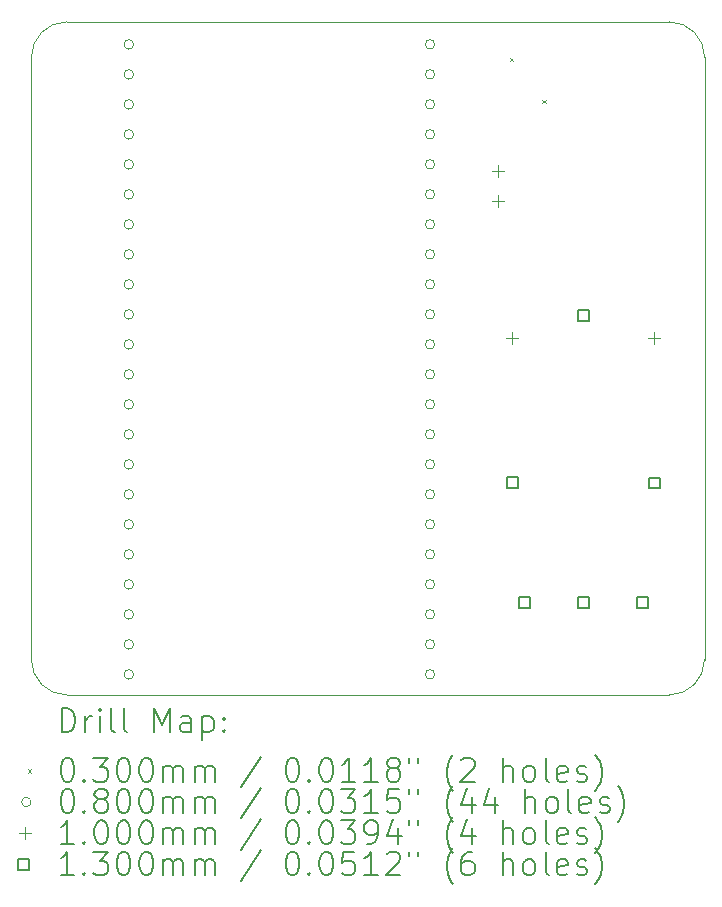
<source format=gbr>
%TF.GenerationSoftware,KiCad,Pcbnew,8.0.6*%
%TF.CreationDate,2024-11-05T11:41:53-08:00*%
%TF.ProjectId,Garage Door Opener,47617261-6765-4204-946f-6f72204f7065,rev?*%
%TF.SameCoordinates,Original*%
%TF.FileFunction,Drillmap*%
%TF.FilePolarity,Positive*%
%FSLAX45Y45*%
G04 Gerber Fmt 4.5, Leading zero omitted, Abs format (unit mm)*
G04 Created by KiCad (PCBNEW 8.0.6) date 2024-11-05 11:41:53*
%MOMM*%
%LPD*%
G01*
G04 APERTURE LIST*
%ADD10C,0.050000*%
%ADD11C,0.200000*%
%ADD12C,0.100000*%
%ADD13C,0.130000*%
G04 APERTURE END LIST*
D10*
X6700000Y-10800000D02*
G75*
G02*
X6400000Y-10500000I0J300000D01*
G01*
X12100000Y-10500000D02*
G75*
G02*
X11800000Y-10800000I-300000J0D01*
G01*
X6400000Y-5400000D02*
G75*
G02*
X6700000Y-5100000I300000J0D01*
G01*
X11800000Y-5100000D02*
G75*
G02*
X12100000Y-5400000I0J-300000D01*
G01*
X6400000Y-10500000D02*
X6400000Y-5400000D01*
X11800000Y-10800000D02*
X6700000Y-10800000D01*
X12100000Y-5400000D02*
X12100000Y-10500000D01*
X6700000Y-5100000D02*
X11800000Y-5100000D01*
D11*
D12*
X10450000Y-5405000D02*
X10480000Y-5435000D01*
X10480000Y-5405000D02*
X10450000Y-5435000D01*
X10725000Y-5760000D02*
X10755000Y-5790000D01*
X10755000Y-5760000D02*
X10725000Y-5790000D01*
X7265000Y-5291728D02*
G75*
G02*
X7185000Y-5291728I-40000J0D01*
G01*
X7185000Y-5291728D02*
G75*
G02*
X7265000Y-5291728I40000J0D01*
G01*
X7265000Y-5545728D02*
G75*
G02*
X7185000Y-5545728I-40000J0D01*
G01*
X7185000Y-5545728D02*
G75*
G02*
X7265000Y-5545728I40000J0D01*
G01*
X7265000Y-5799728D02*
G75*
G02*
X7185000Y-5799728I-40000J0D01*
G01*
X7185000Y-5799728D02*
G75*
G02*
X7265000Y-5799728I40000J0D01*
G01*
X7265000Y-6053728D02*
G75*
G02*
X7185000Y-6053728I-40000J0D01*
G01*
X7185000Y-6053728D02*
G75*
G02*
X7265000Y-6053728I40000J0D01*
G01*
X7265000Y-6307728D02*
G75*
G02*
X7185000Y-6307728I-40000J0D01*
G01*
X7185000Y-6307728D02*
G75*
G02*
X7265000Y-6307728I40000J0D01*
G01*
X7265000Y-6561728D02*
G75*
G02*
X7185000Y-6561728I-40000J0D01*
G01*
X7185000Y-6561728D02*
G75*
G02*
X7265000Y-6561728I40000J0D01*
G01*
X7265000Y-6815728D02*
G75*
G02*
X7185000Y-6815728I-40000J0D01*
G01*
X7185000Y-6815728D02*
G75*
G02*
X7265000Y-6815728I40000J0D01*
G01*
X7265000Y-7069728D02*
G75*
G02*
X7185000Y-7069728I-40000J0D01*
G01*
X7185000Y-7069728D02*
G75*
G02*
X7265000Y-7069728I40000J0D01*
G01*
X7265000Y-7323728D02*
G75*
G02*
X7185000Y-7323728I-40000J0D01*
G01*
X7185000Y-7323728D02*
G75*
G02*
X7265000Y-7323728I40000J0D01*
G01*
X7265000Y-7577728D02*
G75*
G02*
X7185000Y-7577728I-40000J0D01*
G01*
X7185000Y-7577728D02*
G75*
G02*
X7265000Y-7577728I40000J0D01*
G01*
X7265000Y-7831728D02*
G75*
G02*
X7185000Y-7831728I-40000J0D01*
G01*
X7185000Y-7831728D02*
G75*
G02*
X7265000Y-7831728I40000J0D01*
G01*
X7265000Y-8085728D02*
G75*
G02*
X7185000Y-8085728I-40000J0D01*
G01*
X7185000Y-8085728D02*
G75*
G02*
X7265000Y-8085728I40000J0D01*
G01*
X7265000Y-8339728D02*
G75*
G02*
X7185000Y-8339728I-40000J0D01*
G01*
X7185000Y-8339728D02*
G75*
G02*
X7265000Y-8339728I40000J0D01*
G01*
X7265000Y-8593728D02*
G75*
G02*
X7185000Y-8593728I-40000J0D01*
G01*
X7185000Y-8593728D02*
G75*
G02*
X7265000Y-8593728I40000J0D01*
G01*
X7265000Y-8847728D02*
G75*
G02*
X7185000Y-8847728I-40000J0D01*
G01*
X7185000Y-8847728D02*
G75*
G02*
X7265000Y-8847728I40000J0D01*
G01*
X7265000Y-9101728D02*
G75*
G02*
X7185000Y-9101728I-40000J0D01*
G01*
X7185000Y-9101728D02*
G75*
G02*
X7265000Y-9101728I40000J0D01*
G01*
X7265000Y-9355728D02*
G75*
G02*
X7185000Y-9355728I-40000J0D01*
G01*
X7185000Y-9355728D02*
G75*
G02*
X7265000Y-9355728I40000J0D01*
G01*
X7265000Y-9609728D02*
G75*
G02*
X7185000Y-9609728I-40000J0D01*
G01*
X7185000Y-9609728D02*
G75*
G02*
X7265000Y-9609728I40000J0D01*
G01*
X7265000Y-9863728D02*
G75*
G02*
X7185000Y-9863728I-40000J0D01*
G01*
X7185000Y-9863728D02*
G75*
G02*
X7265000Y-9863728I40000J0D01*
G01*
X7265000Y-10117728D02*
G75*
G02*
X7185000Y-10117728I-40000J0D01*
G01*
X7185000Y-10117728D02*
G75*
G02*
X7265000Y-10117728I40000J0D01*
G01*
X7265000Y-10371728D02*
G75*
G02*
X7185000Y-10371728I-40000J0D01*
G01*
X7185000Y-10371728D02*
G75*
G02*
X7265000Y-10371728I40000J0D01*
G01*
X7265000Y-10625728D02*
G75*
G02*
X7185000Y-10625728I-40000J0D01*
G01*
X7185000Y-10625728D02*
G75*
G02*
X7265000Y-10625728I40000J0D01*
G01*
X9815000Y-6053728D02*
G75*
G02*
X9735000Y-6053728I-40000J0D01*
G01*
X9735000Y-6053728D02*
G75*
G02*
X9815000Y-6053728I40000J0D01*
G01*
X9815000Y-6307728D02*
G75*
G02*
X9735000Y-6307728I-40000J0D01*
G01*
X9735000Y-6307728D02*
G75*
G02*
X9815000Y-6307728I40000J0D01*
G01*
X9815000Y-6561728D02*
G75*
G02*
X9735000Y-6561728I-40000J0D01*
G01*
X9735000Y-6561728D02*
G75*
G02*
X9815000Y-6561728I40000J0D01*
G01*
X9815000Y-6815728D02*
G75*
G02*
X9735000Y-6815728I-40000J0D01*
G01*
X9735000Y-6815728D02*
G75*
G02*
X9815000Y-6815728I40000J0D01*
G01*
X9815000Y-7069728D02*
G75*
G02*
X9735000Y-7069728I-40000J0D01*
G01*
X9735000Y-7069728D02*
G75*
G02*
X9815000Y-7069728I40000J0D01*
G01*
X9815000Y-7323728D02*
G75*
G02*
X9735000Y-7323728I-40000J0D01*
G01*
X9735000Y-7323728D02*
G75*
G02*
X9815000Y-7323728I40000J0D01*
G01*
X9815000Y-7577728D02*
G75*
G02*
X9735000Y-7577728I-40000J0D01*
G01*
X9735000Y-7577728D02*
G75*
G02*
X9815000Y-7577728I40000J0D01*
G01*
X9815000Y-7831728D02*
G75*
G02*
X9735000Y-7831728I-40000J0D01*
G01*
X9735000Y-7831728D02*
G75*
G02*
X9815000Y-7831728I40000J0D01*
G01*
X9815000Y-8085728D02*
G75*
G02*
X9735000Y-8085728I-40000J0D01*
G01*
X9735000Y-8085728D02*
G75*
G02*
X9815000Y-8085728I40000J0D01*
G01*
X9815000Y-8339728D02*
G75*
G02*
X9735000Y-8339728I-40000J0D01*
G01*
X9735000Y-8339728D02*
G75*
G02*
X9815000Y-8339728I40000J0D01*
G01*
X9815000Y-8593728D02*
G75*
G02*
X9735000Y-8593728I-40000J0D01*
G01*
X9735000Y-8593728D02*
G75*
G02*
X9815000Y-8593728I40000J0D01*
G01*
X9815000Y-8847728D02*
G75*
G02*
X9735000Y-8847728I-40000J0D01*
G01*
X9735000Y-8847728D02*
G75*
G02*
X9815000Y-8847728I40000J0D01*
G01*
X9815000Y-9101728D02*
G75*
G02*
X9735000Y-9101728I-40000J0D01*
G01*
X9735000Y-9101728D02*
G75*
G02*
X9815000Y-9101728I40000J0D01*
G01*
X9815000Y-9355728D02*
G75*
G02*
X9735000Y-9355728I-40000J0D01*
G01*
X9735000Y-9355728D02*
G75*
G02*
X9815000Y-9355728I40000J0D01*
G01*
X9815000Y-9609728D02*
G75*
G02*
X9735000Y-9609728I-40000J0D01*
G01*
X9735000Y-9609728D02*
G75*
G02*
X9815000Y-9609728I40000J0D01*
G01*
X9815000Y-9863728D02*
G75*
G02*
X9735000Y-9863728I-40000J0D01*
G01*
X9735000Y-9863728D02*
G75*
G02*
X9815000Y-9863728I40000J0D01*
G01*
X9815000Y-10117728D02*
G75*
G02*
X9735000Y-10117728I-40000J0D01*
G01*
X9735000Y-10117728D02*
G75*
G02*
X9815000Y-10117728I40000J0D01*
G01*
X9815000Y-10371728D02*
G75*
G02*
X9735000Y-10371728I-40000J0D01*
G01*
X9735000Y-10371728D02*
G75*
G02*
X9815000Y-10371728I40000J0D01*
G01*
X9815000Y-10625728D02*
G75*
G02*
X9735000Y-10625728I-40000J0D01*
G01*
X9735000Y-10625728D02*
G75*
G02*
X9815000Y-10625728I40000J0D01*
G01*
X9815368Y-5292000D02*
G75*
G02*
X9735368Y-5292000I-40000J0D01*
G01*
X9735368Y-5292000D02*
G75*
G02*
X9815368Y-5292000I40000J0D01*
G01*
X9815368Y-5546000D02*
G75*
G02*
X9735368Y-5546000I-40000J0D01*
G01*
X9735368Y-5546000D02*
G75*
G02*
X9815368Y-5546000I40000J0D01*
G01*
X9815368Y-5800000D02*
G75*
G02*
X9735368Y-5800000I-40000J0D01*
G01*
X9735368Y-5800000D02*
G75*
G02*
X9815368Y-5800000I40000J0D01*
G01*
X10348000Y-6315000D02*
X10348000Y-6415000D01*
X10298000Y-6365000D02*
X10398000Y-6365000D01*
X10348000Y-6569000D02*
X10348000Y-6669000D01*
X10298000Y-6619000D02*
X10398000Y-6619000D01*
X10470000Y-7730000D02*
X10470000Y-7830000D01*
X10420000Y-7780000D02*
X10520000Y-7780000D01*
X11670000Y-7730000D02*
X11670000Y-7830000D01*
X11620000Y-7780000D02*
X11720000Y-7780000D01*
D13*
X10515962Y-9045962D02*
X10515962Y-8954038D01*
X10424038Y-8954038D01*
X10424038Y-9045962D01*
X10515962Y-9045962D01*
X10620962Y-10061462D02*
X10620962Y-9969538D01*
X10529038Y-9969538D01*
X10529038Y-10061462D01*
X10620962Y-10061462D01*
X11120962Y-7630962D02*
X11120962Y-7539038D01*
X11029038Y-7539038D01*
X11029038Y-7630962D01*
X11120962Y-7630962D01*
X11120962Y-10061462D02*
X11120962Y-9969538D01*
X11029038Y-9969538D01*
X11029038Y-10061462D01*
X11120962Y-10061462D01*
X11620962Y-10061462D02*
X11620962Y-9969538D01*
X11529038Y-9969538D01*
X11529038Y-10061462D01*
X11620962Y-10061462D01*
X11720962Y-9050962D02*
X11720962Y-8959038D01*
X11629038Y-8959038D01*
X11629038Y-9050962D01*
X11720962Y-9050962D01*
D11*
X6658277Y-11113984D02*
X6658277Y-10913984D01*
X6658277Y-10913984D02*
X6705896Y-10913984D01*
X6705896Y-10913984D02*
X6734467Y-10923508D01*
X6734467Y-10923508D02*
X6753515Y-10942555D01*
X6753515Y-10942555D02*
X6763039Y-10961603D01*
X6763039Y-10961603D02*
X6772562Y-10999698D01*
X6772562Y-10999698D02*
X6772562Y-11028270D01*
X6772562Y-11028270D02*
X6763039Y-11066365D01*
X6763039Y-11066365D02*
X6753515Y-11085412D01*
X6753515Y-11085412D02*
X6734467Y-11104460D01*
X6734467Y-11104460D02*
X6705896Y-11113984D01*
X6705896Y-11113984D02*
X6658277Y-11113984D01*
X6858277Y-11113984D02*
X6858277Y-10980650D01*
X6858277Y-11018746D02*
X6867801Y-10999698D01*
X6867801Y-10999698D02*
X6877324Y-10990174D01*
X6877324Y-10990174D02*
X6896372Y-10980650D01*
X6896372Y-10980650D02*
X6915420Y-10980650D01*
X6982086Y-11113984D02*
X6982086Y-10980650D01*
X6982086Y-10913984D02*
X6972562Y-10923508D01*
X6972562Y-10923508D02*
X6982086Y-10933031D01*
X6982086Y-10933031D02*
X6991610Y-10923508D01*
X6991610Y-10923508D02*
X6982086Y-10913984D01*
X6982086Y-10913984D02*
X6982086Y-10933031D01*
X7105896Y-11113984D02*
X7086848Y-11104460D01*
X7086848Y-11104460D02*
X7077324Y-11085412D01*
X7077324Y-11085412D02*
X7077324Y-10913984D01*
X7210658Y-11113984D02*
X7191610Y-11104460D01*
X7191610Y-11104460D02*
X7182086Y-11085412D01*
X7182086Y-11085412D02*
X7182086Y-10913984D01*
X7439229Y-11113984D02*
X7439229Y-10913984D01*
X7439229Y-10913984D02*
X7505896Y-11056841D01*
X7505896Y-11056841D02*
X7572562Y-10913984D01*
X7572562Y-10913984D02*
X7572562Y-11113984D01*
X7753515Y-11113984D02*
X7753515Y-11009222D01*
X7753515Y-11009222D02*
X7743991Y-10990174D01*
X7743991Y-10990174D02*
X7724943Y-10980650D01*
X7724943Y-10980650D02*
X7686848Y-10980650D01*
X7686848Y-10980650D02*
X7667801Y-10990174D01*
X7753515Y-11104460D02*
X7734467Y-11113984D01*
X7734467Y-11113984D02*
X7686848Y-11113984D01*
X7686848Y-11113984D02*
X7667801Y-11104460D01*
X7667801Y-11104460D02*
X7658277Y-11085412D01*
X7658277Y-11085412D02*
X7658277Y-11066365D01*
X7658277Y-11066365D02*
X7667801Y-11047317D01*
X7667801Y-11047317D02*
X7686848Y-11037793D01*
X7686848Y-11037793D02*
X7734467Y-11037793D01*
X7734467Y-11037793D02*
X7753515Y-11028270D01*
X7848753Y-10980650D02*
X7848753Y-11180650D01*
X7848753Y-10990174D02*
X7867801Y-10980650D01*
X7867801Y-10980650D02*
X7905896Y-10980650D01*
X7905896Y-10980650D02*
X7924943Y-10990174D01*
X7924943Y-10990174D02*
X7934467Y-10999698D01*
X7934467Y-10999698D02*
X7943991Y-11018746D01*
X7943991Y-11018746D02*
X7943991Y-11075889D01*
X7943991Y-11075889D02*
X7934467Y-11094936D01*
X7934467Y-11094936D02*
X7924943Y-11104460D01*
X7924943Y-11104460D02*
X7905896Y-11113984D01*
X7905896Y-11113984D02*
X7867801Y-11113984D01*
X7867801Y-11113984D02*
X7848753Y-11104460D01*
X8029705Y-11094936D02*
X8039229Y-11104460D01*
X8039229Y-11104460D02*
X8029705Y-11113984D01*
X8029705Y-11113984D02*
X8020182Y-11104460D01*
X8020182Y-11104460D02*
X8029705Y-11094936D01*
X8029705Y-11094936D02*
X8029705Y-11113984D01*
X8029705Y-10990174D02*
X8039229Y-10999698D01*
X8039229Y-10999698D02*
X8029705Y-11009222D01*
X8029705Y-11009222D02*
X8020182Y-10999698D01*
X8020182Y-10999698D02*
X8029705Y-10990174D01*
X8029705Y-10990174D02*
X8029705Y-11009222D01*
D12*
X6367500Y-11427500D02*
X6397500Y-11457500D01*
X6397500Y-11427500D02*
X6367500Y-11457500D01*
D11*
X6696372Y-11333984D02*
X6715420Y-11333984D01*
X6715420Y-11333984D02*
X6734467Y-11343508D01*
X6734467Y-11343508D02*
X6743991Y-11353031D01*
X6743991Y-11353031D02*
X6753515Y-11372079D01*
X6753515Y-11372079D02*
X6763039Y-11410174D01*
X6763039Y-11410174D02*
X6763039Y-11457793D01*
X6763039Y-11457793D02*
X6753515Y-11495888D01*
X6753515Y-11495888D02*
X6743991Y-11514936D01*
X6743991Y-11514936D02*
X6734467Y-11524460D01*
X6734467Y-11524460D02*
X6715420Y-11533984D01*
X6715420Y-11533984D02*
X6696372Y-11533984D01*
X6696372Y-11533984D02*
X6677324Y-11524460D01*
X6677324Y-11524460D02*
X6667801Y-11514936D01*
X6667801Y-11514936D02*
X6658277Y-11495888D01*
X6658277Y-11495888D02*
X6648753Y-11457793D01*
X6648753Y-11457793D02*
X6648753Y-11410174D01*
X6648753Y-11410174D02*
X6658277Y-11372079D01*
X6658277Y-11372079D02*
X6667801Y-11353031D01*
X6667801Y-11353031D02*
X6677324Y-11343508D01*
X6677324Y-11343508D02*
X6696372Y-11333984D01*
X6848753Y-11514936D02*
X6858277Y-11524460D01*
X6858277Y-11524460D02*
X6848753Y-11533984D01*
X6848753Y-11533984D02*
X6839229Y-11524460D01*
X6839229Y-11524460D02*
X6848753Y-11514936D01*
X6848753Y-11514936D02*
X6848753Y-11533984D01*
X6924943Y-11333984D02*
X7048753Y-11333984D01*
X7048753Y-11333984D02*
X6982086Y-11410174D01*
X6982086Y-11410174D02*
X7010658Y-11410174D01*
X7010658Y-11410174D02*
X7029705Y-11419698D01*
X7029705Y-11419698D02*
X7039229Y-11429222D01*
X7039229Y-11429222D02*
X7048753Y-11448269D01*
X7048753Y-11448269D02*
X7048753Y-11495888D01*
X7048753Y-11495888D02*
X7039229Y-11514936D01*
X7039229Y-11514936D02*
X7029705Y-11524460D01*
X7029705Y-11524460D02*
X7010658Y-11533984D01*
X7010658Y-11533984D02*
X6953515Y-11533984D01*
X6953515Y-11533984D02*
X6934467Y-11524460D01*
X6934467Y-11524460D02*
X6924943Y-11514936D01*
X7172562Y-11333984D02*
X7191610Y-11333984D01*
X7191610Y-11333984D02*
X7210658Y-11343508D01*
X7210658Y-11343508D02*
X7220182Y-11353031D01*
X7220182Y-11353031D02*
X7229705Y-11372079D01*
X7229705Y-11372079D02*
X7239229Y-11410174D01*
X7239229Y-11410174D02*
X7239229Y-11457793D01*
X7239229Y-11457793D02*
X7229705Y-11495888D01*
X7229705Y-11495888D02*
X7220182Y-11514936D01*
X7220182Y-11514936D02*
X7210658Y-11524460D01*
X7210658Y-11524460D02*
X7191610Y-11533984D01*
X7191610Y-11533984D02*
X7172562Y-11533984D01*
X7172562Y-11533984D02*
X7153515Y-11524460D01*
X7153515Y-11524460D02*
X7143991Y-11514936D01*
X7143991Y-11514936D02*
X7134467Y-11495888D01*
X7134467Y-11495888D02*
X7124943Y-11457793D01*
X7124943Y-11457793D02*
X7124943Y-11410174D01*
X7124943Y-11410174D02*
X7134467Y-11372079D01*
X7134467Y-11372079D02*
X7143991Y-11353031D01*
X7143991Y-11353031D02*
X7153515Y-11343508D01*
X7153515Y-11343508D02*
X7172562Y-11333984D01*
X7363039Y-11333984D02*
X7382086Y-11333984D01*
X7382086Y-11333984D02*
X7401134Y-11343508D01*
X7401134Y-11343508D02*
X7410658Y-11353031D01*
X7410658Y-11353031D02*
X7420182Y-11372079D01*
X7420182Y-11372079D02*
X7429705Y-11410174D01*
X7429705Y-11410174D02*
X7429705Y-11457793D01*
X7429705Y-11457793D02*
X7420182Y-11495888D01*
X7420182Y-11495888D02*
X7410658Y-11514936D01*
X7410658Y-11514936D02*
X7401134Y-11524460D01*
X7401134Y-11524460D02*
X7382086Y-11533984D01*
X7382086Y-11533984D02*
X7363039Y-11533984D01*
X7363039Y-11533984D02*
X7343991Y-11524460D01*
X7343991Y-11524460D02*
X7334467Y-11514936D01*
X7334467Y-11514936D02*
X7324943Y-11495888D01*
X7324943Y-11495888D02*
X7315420Y-11457793D01*
X7315420Y-11457793D02*
X7315420Y-11410174D01*
X7315420Y-11410174D02*
X7324943Y-11372079D01*
X7324943Y-11372079D02*
X7334467Y-11353031D01*
X7334467Y-11353031D02*
X7343991Y-11343508D01*
X7343991Y-11343508D02*
X7363039Y-11333984D01*
X7515420Y-11533984D02*
X7515420Y-11400650D01*
X7515420Y-11419698D02*
X7524943Y-11410174D01*
X7524943Y-11410174D02*
X7543991Y-11400650D01*
X7543991Y-11400650D02*
X7572563Y-11400650D01*
X7572563Y-11400650D02*
X7591610Y-11410174D01*
X7591610Y-11410174D02*
X7601134Y-11429222D01*
X7601134Y-11429222D02*
X7601134Y-11533984D01*
X7601134Y-11429222D02*
X7610658Y-11410174D01*
X7610658Y-11410174D02*
X7629705Y-11400650D01*
X7629705Y-11400650D02*
X7658277Y-11400650D01*
X7658277Y-11400650D02*
X7677324Y-11410174D01*
X7677324Y-11410174D02*
X7686848Y-11429222D01*
X7686848Y-11429222D02*
X7686848Y-11533984D01*
X7782086Y-11533984D02*
X7782086Y-11400650D01*
X7782086Y-11419698D02*
X7791610Y-11410174D01*
X7791610Y-11410174D02*
X7810658Y-11400650D01*
X7810658Y-11400650D02*
X7839229Y-11400650D01*
X7839229Y-11400650D02*
X7858277Y-11410174D01*
X7858277Y-11410174D02*
X7867801Y-11429222D01*
X7867801Y-11429222D02*
X7867801Y-11533984D01*
X7867801Y-11429222D02*
X7877324Y-11410174D01*
X7877324Y-11410174D02*
X7896372Y-11400650D01*
X7896372Y-11400650D02*
X7924943Y-11400650D01*
X7924943Y-11400650D02*
X7943991Y-11410174D01*
X7943991Y-11410174D02*
X7953515Y-11429222D01*
X7953515Y-11429222D02*
X7953515Y-11533984D01*
X8343991Y-11324460D02*
X8172563Y-11581603D01*
X8601134Y-11333984D02*
X8620182Y-11333984D01*
X8620182Y-11333984D02*
X8639229Y-11343508D01*
X8639229Y-11343508D02*
X8648753Y-11353031D01*
X8648753Y-11353031D02*
X8658277Y-11372079D01*
X8658277Y-11372079D02*
X8667801Y-11410174D01*
X8667801Y-11410174D02*
X8667801Y-11457793D01*
X8667801Y-11457793D02*
X8658277Y-11495888D01*
X8658277Y-11495888D02*
X8648753Y-11514936D01*
X8648753Y-11514936D02*
X8639229Y-11524460D01*
X8639229Y-11524460D02*
X8620182Y-11533984D01*
X8620182Y-11533984D02*
X8601134Y-11533984D01*
X8601134Y-11533984D02*
X8582087Y-11524460D01*
X8582087Y-11524460D02*
X8572563Y-11514936D01*
X8572563Y-11514936D02*
X8563039Y-11495888D01*
X8563039Y-11495888D02*
X8553515Y-11457793D01*
X8553515Y-11457793D02*
X8553515Y-11410174D01*
X8553515Y-11410174D02*
X8563039Y-11372079D01*
X8563039Y-11372079D02*
X8572563Y-11353031D01*
X8572563Y-11353031D02*
X8582087Y-11343508D01*
X8582087Y-11343508D02*
X8601134Y-11333984D01*
X8753515Y-11514936D02*
X8763039Y-11524460D01*
X8763039Y-11524460D02*
X8753515Y-11533984D01*
X8753515Y-11533984D02*
X8743991Y-11524460D01*
X8743991Y-11524460D02*
X8753515Y-11514936D01*
X8753515Y-11514936D02*
X8753515Y-11533984D01*
X8886848Y-11333984D02*
X8905896Y-11333984D01*
X8905896Y-11333984D02*
X8924944Y-11343508D01*
X8924944Y-11343508D02*
X8934468Y-11353031D01*
X8934468Y-11353031D02*
X8943991Y-11372079D01*
X8943991Y-11372079D02*
X8953515Y-11410174D01*
X8953515Y-11410174D02*
X8953515Y-11457793D01*
X8953515Y-11457793D02*
X8943991Y-11495888D01*
X8943991Y-11495888D02*
X8934468Y-11514936D01*
X8934468Y-11514936D02*
X8924944Y-11524460D01*
X8924944Y-11524460D02*
X8905896Y-11533984D01*
X8905896Y-11533984D02*
X8886848Y-11533984D01*
X8886848Y-11533984D02*
X8867801Y-11524460D01*
X8867801Y-11524460D02*
X8858277Y-11514936D01*
X8858277Y-11514936D02*
X8848753Y-11495888D01*
X8848753Y-11495888D02*
X8839229Y-11457793D01*
X8839229Y-11457793D02*
X8839229Y-11410174D01*
X8839229Y-11410174D02*
X8848753Y-11372079D01*
X8848753Y-11372079D02*
X8858277Y-11353031D01*
X8858277Y-11353031D02*
X8867801Y-11343508D01*
X8867801Y-11343508D02*
X8886848Y-11333984D01*
X9143991Y-11533984D02*
X9029706Y-11533984D01*
X9086848Y-11533984D02*
X9086848Y-11333984D01*
X9086848Y-11333984D02*
X9067801Y-11362555D01*
X9067801Y-11362555D02*
X9048753Y-11381603D01*
X9048753Y-11381603D02*
X9029706Y-11391127D01*
X9334468Y-11533984D02*
X9220182Y-11533984D01*
X9277325Y-11533984D02*
X9277325Y-11333984D01*
X9277325Y-11333984D02*
X9258277Y-11362555D01*
X9258277Y-11362555D02*
X9239229Y-11381603D01*
X9239229Y-11381603D02*
X9220182Y-11391127D01*
X9448753Y-11419698D02*
X9429706Y-11410174D01*
X9429706Y-11410174D02*
X9420182Y-11400650D01*
X9420182Y-11400650D02*
X9410658Y-11381603D01*
X9410658Y-11381603D02*
X9410658Y-11372079D01*
X9410658Y-11372079D02*
X9420182Y-11353031D01*
X9420182Y-11353031D02*
X9429706Y-11343508D01*
X9429706Y-11343508D02*
X9448753Y-11333984D01*
X9448753Y-11333984D02*
X9486849Y-11333984D01*
X9486849Y-11333984D02*
X9505896Y-11343508D01*
X9505896Y-11343508D02*
X9515420Y-11353031D01*
X9515420Y-11353031D02*
X9524944Y-11372079D01*
X9524944Y-11372079D02*
X9524944Y-11381603D01*
X9524944Y-11381603D02*
X9515420Y-11400650D01*
X9515420Y-11400650D02*
X9505896Y-11410174D01*
X9505896Y-11410174D02*
X9486849Y-11419698D01*
X9486849Y-11419698D02*
X9448753Y-11419698D01*
X9448753Y-11419698D02*
X9429706Y-11429222D01*
X9429706Y-11429222D02*
X9420182Y-11438746D01*
X9420182Y-11438746D02*
X9410658Y-11457793D01*
X9410658Y-11457793D02*
X9410658Y-11495888D01*
X9410658Y-11495888D02*
X9420182Y-11514936D01*
X9420182Y-11514936D02*
X9429706Y-11524460D01*
X9429706Y-11524460D02*
X9448753Y-11533984D01*
X9448753Y-11533984D02*
X9486849Y-11533984D01*
X9486849Y-11533984D02*
X9505896Y-11524460D01*
X9505896Y-11524460D02*
X9515420Y-11514936D01*
X9515420Y-11514936D02*
X9524944Y-11495888D01*
X9524944Y-11495888D02*
X9524944Y-11457793D01*
X9524944Y-11457793D02*
X9515420Y-11438746D01*
X9515420Y-11438746D02*
X9505896Y-11429222D01*
X9505896Y-11429222D02*
X9486849Y-11419698D01*
X9601134Y-11333984D02*
X9601134Y-11372079D01*
X9677325Y-11333984D02*
X9677325Y-11372079D01*
X9972563Y-11610174D02*
X9963039Y-11600650D01*
X9963039Y-11600650D02*
X9943991Y-11572079D01*
X9943991Y-11572079D02*
X9934468Y-11553031D01*
X9934468Y-11553031D02*
X9924944Y-11524460D01*
X9924944Y-11524460D02*
X9915420Y-11476841D01*
X9915420Y-11476841D02*
X9915420Y-11438746D01*
X9915420Y-11438746D02*
X9924944Y-11391127D01*
X9924944Y-11391127D02*
X9934468Y-11362555D01*
X9934468Y-11362555D02*
X9943991Y-11343508D01*
X9943991Y-11343508D02*
X9963039Y-11314936D01*
X9963039Y-11314936D02*
X9972563Y-11305412D01*
X10039230Y-11353031D02*
X10048753Y-11343508D01*
X10048753Y-11343508D02*
X10067801Y-11333984D01*
X10067801Y-11333984D02*
X10115420Y-11333984D01*
X10115420Y-11333984D02*
X10134468Y-11343508D01*
X10134468Y-11343508D02*
X10143991Y-11353031D01*
X10143991Y-11353031D02*
X10153515Y-11372079D01*
X10153515Y-11372079D02*
X10153515Y-11391127D01*
X10153515Y-11391127D02*
X10143991Y-11419698D01*
X10143991Y-11419698D02*
X10029706Y-11533984D01*
X10029706Y-11533984D02*
X10153515Y-11533984D01*
X10391611Y-11533984D02*
X10391611Y-11333984D01*
X10477325Y-11533984D02*
X10477325Y-11429222D01*
X10477325Y-11429222D02*
X10467801Y-11410174D01*
X10467801Y-11410174D02*
X10448753Y-11400650D01*
X10448753Y-11400650D02*
X10420182Y-11400650D01*
X10420182Y-11400650D02*
X10401134Y-11410174D01*
X10401134Y-11410174D02*
X10391611Y-11419698D01*
X10601134Y-11533984D02*
X10582087Y-11524460D01*
X10582087Y-11524460D02*
X10572563Y-11514936D01*
X10572563Y-11514936D02*
X10563039Y-11495888D01*
X10563039Y-11495888D02*
X10563039Y-11438746D01*
X10563039Y-11438746D02*
X10572563Y-11419698D01*
X10572563Y-11419698D02*
X10582087Y-11410174D01*
X10582087Y-11410174D02*
X10601134Y-11400650D01*
X10601134Y-11400650D02*
X10629706Y-11400650D01*
X10629706Y-11400650D02*
X10648753Y-11410174D01*
X10648753Y-11410174D02*
X10658277Y-11419698D01*
X10658277Y-11419698D02*
X10667801Y-11438746D01*
X10667801Y-11438746D02*
X10667801Y-11495888D01*
X10667801Y-11495888D02*
X10658277Y-11514936D01*
X10658277Y-11514936D02*
X10648753Y-11524460D01*
X10648753Y-11524460D02*
X10629706Y-11533984D01*
X10629706Y-11533984D02*
X10601134Y-11533984D01*
X10782087Y-11533984D02*
X10763039Y-11524460D01*
X10763039Y-11524460D02*
X10753515Y-11505412D01*
X10753515Y-11505412D02*
X10753515Y-11333984D01*
X10934468Y-11524460D02*
X10915420Y-11533984D01*
X10915420Y-11533984D02*
X10877325Y-11533984D01*
X10877325Y-11533984D02*
X10858277Y-11524460D01*
X10858277Y-11524460D02*
X10848753Y-11505412D01*
X10848753Y-11505412D02*
X10848753Y-11429222D01*
X10848753Y-11429222D02*
X10858277Y-11410174D01*
X10858277Y-11410174D02*
X10877325Y-11400650D01*
X10877325Y-11400650D02*
X10915420Y-11400650D01*
X10915420Y-11400650D02*
X10934468Y-11410174D01*
X10934468Y-11410174D02*
X10943992Y-11429222D01*
X10943992Y-11429222D02*
X10943992Y-11448269D01*
X10943992Y-11448269D02*
X10848753Y-11467317D01*
X11020182Y-11524460D02*
X11039230Y-11533984D01*
X11039230Y-11533984D02*
X11077325Y-11533984D01*
X11077325Y-11533984D02*
X11096373Y-11524460D01*
X11096373Y-11524460D02*
X11105896Y-11505412D01*
X11105896Y-11505412D02*
X11105896Y-11495888D01*
X11105896Y-11495888D02*
X11096373Y-11476841D01*
X11096373Y-11476841D02*
X11077325Y-11467317D01*
X11077325Y-11467317D02*
X11048753Y-11467317D01*
X11048753Y-11467317D02*
X11029706Y-11457793D01*
X11029706Y-11457793D02*
X11020182Y-11438746D01*
X11020182Y-11438746D02*
X11020182Y-11429222D01*
X11020182Y-11429222D02*
X11029706Y-11410174D01*
X11029706Y-11410174D02*
X11048753Y-11400650D01*
X11048753Y-11400650D02*
X11077325Y-11400650D01*
X11077325Y-11400650D02*
X11096373Y-11410174D01*
X11172563Y-11610174D02*
X11182087Y-11600650D01*
X11182087Y-11600650D02*
X11201134Y-11572079D01*
X11201134Y-11572079D02*
X11210658Y-11553031D01*
X11210658Y-11553031D02*
X11220182Y-11524460D01*
X11220182Y-11524460D02*
X11229706Y-11476841D01*
X11229706Y-11476841D02*
X11229706Y-11438746D01*
X11229706Y-11438746D02*
X11220182Y-11391127D01*
X11220182Y-11391127D02*
X11210658Y-11362555D01*
X11210658Y-11362555D02*
X11201134Y-11343508D01*
X11201134Y-11343508D02*
X11182087Y-11314936D01*
X11182087Y-11314936D02*
X11172563Y-11305412D01*
D12*
X6397500Y-11706500D02*
G75*
G02*
X6317500Y-11706500I-40000J0D01*
G01*
X6317500Y-11706500D02*
G75*
G02*
X6397500Y-11706500I40000J0D01*
G01*
D11*
X6696372Y-11597984D02*
X6715420Y-11597984D01*
X6715420Y-11597984D02*
X6734467Y-11607508D01*
X6734467Y-11607508D02*
X6743991Y-11617031D01*
X6743991Y-11617031D02*
X6753515Y-11636079D01*
X6753515Y-11636079D02*
X6763039Y-11674174D01*
X6763039Y-11674174D02*
X6763039Y-11721793D01*
X6763039Y-11721793D02*
X6753515Y-11759888D01*
X6753515Y-11759888D02*
X6743991Y-11778936D01*
X6743991Y-11778936D02*
X6734467Y-11788460D01*
X6734467Y-11788460D02*
X6715420Y-11797984D01*
X6715420Y-11797984D02*
X6696372Y-11797984D01*
X6696372Y-11797984D02*
X6677324Y-11788460D01*
X6677324Y-11788460D02*
X6667801Y-11778936D01*
X6667801Y-11778936D02*
X6658277Y-11759888D01*
X6658277Y-11759888D02*
X6648753Y-11721793D01*
X6648753Y-11721793D02*
X6648753Y-11674174D01*
X6648753Y-11674174D02*
X6658277Y-11636079D01*
X6658277Y-11636079D02*
X6667801Y-11617031D01*
X6667801Y-11617031D02*
X6677324Y-11607508D01*
X6677324Y-11607508D02*
X6696372Y-11597984D01*
X6848753Y-11778936D02*
X6858277Y-11788460D01*
X6858277Y-11788460D02*
X6848753Y-11797984D01*
X6848753Y-11797984D02*
X6839229Y-11788460D01*
X6839229Y-11788460D02*
X6848753Y-11778936D01*
X6848753Y-11778936D02*
X6848753Y-11797984D01*
X6972562Y-11683698D02*
X6953515Y-11674174D01*
X6953515Y-11674174D02*
X6943991Y-11664650D01*
X6943991Y-11664650D02*
X6934467Y-11645603D01*
X6934467Y-11645603D02*
X6934467Y-11636079D01*
X6934467Y-11636079D02*
X6943991Y-11617031D01*
X6943991Y-11617031D02*
X6953515Y-11607508D01*
X6953515Y-11607508D02*
X6972562Y-11597984D01*
X6972562Y-11597984D02*
X7010658Y-11597984D01*
X7010658Y-11597984D02*
X7029705Y-11607508D01*
X7029705Y-11607508D02*
X7039229Y-11617031D01*
X7039229Y-11617031D02*
X7048753Y-11636079D01*
X7048753Y-11636079D02*
X7048753Y-11645603D01*
X7048753Y-11645603D02*
X7039229Y-11664650D01*
X7039229Y-11664650D02*
X7029705Y-11674174D01*
X7029705Y-11674174D02*
X7010658Y-11683698D01*
X7010658Y-11683698D02*
X6972562Y-11683698D01*
X6972562Y-11683698D02*
X6953515Y-11693222D01*
X6953515Y-11693222D02*
X6943991Y-11702746D01*
X6943991Y-11702746D02*
X6934467Y-11721793D01*
X6934467Y-11721793D02*
X6934467Y-11759888D01*
X6934467Y-11759888D02*
X6943991Y-11778936D01*
X6943991Y-11778936D02*
X6953515Y-11788460D01*
X6953515Y-11788460D02*
X6972562Y-11797984D01*
X6972562Y-11797984D02*
X7010658Y-11797984D01*
X7010658Y-11797984D02*
X7029705Y-11788460D01*
X7029705Y-11788460D02*
X7039229Y-11778936D01*
X7039229Y-11778936D02*
X7048753Y-11759888D01*
X7048753Y-11759888D02*
X7048753Y-11721793D01*
X7048753Y-11721793D02*
X7039229Y-11702746D01*
X7039229Y-11702746D02*
X7029705Y-11693222D01*
X7029705Y-11693222D02*
X7010658Y-11683698D01*
X7172562Y-11597984D02*
X7191610Y-11597984D01*
X7191610Y-11597984D02*
X7210658Y-11607508D01*
X7210658Y-11607508D02*
X7220182Y-11617031D01*
X7220182Y-11617031D02*
X7229705Y-11636079D01*
X7229705Y-11636079D02*
X7239229Y-11674174D01*
X7239229Y-11674174D02*
X7239229Y-11721793D01*
X7239229Y-11721793D02*
X7229705Y-11759888D01*
X7229705Y-11759888D02*
X7220182Y-11778936D01*
X7220182Y-11778936D02*
X7210658Y-11788460D01*
X7210658Y-11788460D02*
X7191610Y-11797984D01*
X7191610Y-11797984D02*
X7172562Y-11797984D01*
X7172562Y-11797984D02*
X7153515Y-11788460D01*
X7153515Y-11788460D02*
X7143991Y-11778936D01*
X7143991Y-11778936D02*
X7134467Y-11759888D01*
X7134467Y-11759888D02*
X7124943Y-11721793D01*
X7124943Y-11721793D02*
X7124943Y-11674174D01*
X7124943Y-11674174D02*
X7134467Y-11636079D01*
X7134467Y-11636079D02*
X7143991Y-11617031D01*
X7143991Y-11617031D02*
X7153515Y-11607508D01*
X7153515Y-11607508D02*
X7172562Y-11597984D01*
X7363039Y-11597984D02*
X7382086Y-11597984D01*
X7382086Y-11597984D02*
X7401134Y-11607508D01*
X7401134Y-11607508D02*
X7410658Y-11617031D01*
X7410658Y-11617031D02*
X7420182Y-11636079D01*
X7420182Y-11636079D02*
X7429705Y-11674174D01*
X7429705Y-11674174D02*
X7429705Y-11721793D01*
X7429705Y-11721793D02*
X7420182Y-11759888D01*
X7420182Y-11759888D02*
X7410658Y-11778936D01*
X7410658Y-11778936D02*
X7401134Y-11788460D01*
X7401134Y-11788460D02*
X7382086Y-11797984D01*
X7382086Y-11797984D02*
X7363039Y-11797984D01*
X7363039Y-11797984D02*
X7343991Y-11788460D01*
X7343991Y-11788460D02*
X7334467Y-11778936D01*
X7334467Y-11778936D02*
X7324943Y-11759888D01*
X7324943Y-11759888D02*
X7315420Y-11721793D01*
X7315420Y-11721793D02*
X7315420Y-11674174D01*
X7315420Y-11674174D02*
X7324943Y-11636079D01*
X7324943Y-11636079D02*
X7334467Y-11617031D01*
X7334467Y-11617031D02*
X7343991Y-11607508D01*
X7343991Y-11607508D02*
X7363039Y-11597984D01*
X7515420Y-11797984D02*
X7515420Y-11664650D01*
X7515420Y-11683698D02*
X7524943Y-11674174D01*
X7524943Y-11674174D02*
X7543991Y-11664650D01*
X7543991Y-11664650D02*
X7572563Y-11664650D01*
X7572563Y-11664650D02*
X7591610Y-11674174D01*
X7591610Y-11674174D02*
X7601134Y-11693222D01*
X7601134Y-11693222D02*
X7601134Y-11797984D01*
X7601134Y-11693222D02*
X7610658Y-11674174D01*
X7610658Y-11674174D02*
X7629705Y-11664650D01*
X7629705Y-11664650D02*
X7658277Y-11664650D01*
X7658277Y-11664650D02*
X7677324Y-11674174D01*
X7677324Y-11674174D02*
X7686848Y-11693222D01*
X7686848Y-11693222D02*
X7686848Y-11797984D01*
X7782086Y-11797984D02*
X7782086Y-11664650D01*
X7782086Y-11683698D02*
X7791610Y-11674174D01*
X7791610Y-11674174D02*
X7810658Y-11664650D01*
X7810658Y-11664650D02*
X7839229Y-11664650D01*
X7839229Y-11664650D02*
X7858277Y-11674174D01*
X7858277Y-11674174D02*
X7867801Y-11693222D01*
X7867801Y-11693222D02*
X7867801Y-11797984D01*
X7867801Y-11693222D02*
X7877324Y-11674174D01*
X7877324Y-11674174D02*
X7896372Y-11664650D01*
X7896372Y-11664650D02*
X7924943Y-11664650D01*
X7924943Y-11664650D02*
X7943991Y-11674174D01*
X7943991Y-11674174D02*
X7953515Y-11693222D01*
X7953515Y-11693222D02*
X7953515Y-11797984D01*
X8343991Y-11588460D02*
X8172563Y-11845603D01*
X8601134Y-11597984D02*
X8620182Y-11597984D01*
X8620182Y-11597984D02*
X8639229Y-11607508D01*
X8639229Y-11607508D02*
X8648753Y-11617031D01*
X8648753Y-11617031D02*
X8658277Y-11636079D01*
X8658277Y-11636079D02*
X8667801Y-11674174D01*
X8667801Y-11674174D02*
X8667801Y-11721793D01*
X8667801Y-11721793D02*
X8658277Y-11759888D01*
X8658277Y-11759888D02*
X8648753Y-11778936D01*
X8648753Y-11778936D02*
X8639229Y-11788460D01*
X8639229Y-11788460D02*
X8620182Y-11797984D01*
X8620182Y-11797984D02*
X8601134Y-11797984D01*
X8601134Y-11797984D02*
X8582087Y-11788460D01*
X8582087Y-11788460D02*
X8572563Y-11778936D01*
X8572563Y-11778936D02*
X8563039Y-11759888D01*
X8563039Y-11759888D02*
X8553515Y-11721793D01*
X8553515Y-11721793D02*
X8553515Y-11674174D01*
X8553515Y-11674174D02*
X8563039Y-11636079D01*
X8563039Y-11636079D02*
X8572563Y-11617031D01*
X8572563Y-11617031D02*
X8582087Y-11607508D01*
X8582087Y-11607508D02*
X8601134Y-11597984D01*
X8753515Y-11778936D02*
X8763039Y-11788460D01*
X8763039Y-11788460D02*
X8753515Y-11797984D01*
X8753515Y-11797984D02*
X8743991Y-11788460D01*
X8743991Y-11788460D02*
X8753515Y-11778936D01*
X8753515Y-11778936D02*
X8753515Y-11797984D01*
X8886848Y-11597984D02*
X8905896Y-11597984D01*
X8905896Y-11597984D02*
X8924944Y-11607508D01*
X8924944Y-11607508D02*
X8934468Y-11617031D01*
X8934468Y-11617031D02*
X8943991Y-11636079D01*
X8943991Y-11636079D02*
X8953515Y-11674174D01*
X8953515Y-11674174D02*
X8953515Y-11721793D01*
X8953515Y-11721793D02*
X8943991Y-11759888D01*
X8943991Y-11759888D02*
X8934468Y-11778936D01*
X8934468Y-11778936D02*
X8924944Y-11788460D01*
X8924944Y-11788460D02*
X8905896Y-11797984D01*
X8905896Y-11797984D02*
X8886848Y-11797984D01*
X8886848Y-11797984D02*
X8867801Y-11788460D01*
X8867801Y-11788460D02*
X8858277Y-11778936D01*
X8858277Y-11778936D02*
X8848753Y-11759888D01*
X8848753Y-11759888D02*
X8839229Y-11721793D01*
X8839229Y-11721793D02*
X8839229Y-11674174D01*
X8839229Y-11674174D02*
X8848753Y-11636079D01*
X8848753Y-11636079D02*
X8858277Y-11617031D01*
X8858277Y-11617031D02*
X8867801Y-11607508D01*
X8867801Y-11607508D02*
X8886848Y-11597984D01*
X9020182Y-11597984D02*
X9143991Y-11597984D01*
X9143991Y-11597984D02*
X9077325Y-11674174D01*
X9077325Y-11674174D02*
X9105896Y-11674174D01*
X9105896Y-11674174D02*
X9124944Y-11683698D01*
X9124944Y-11683698D02*
X9134468Y-11693222D01*
X9134468Y-11693222D02*
X9143991Y-11712269D01*
X9143991Y-11712269D02*
X9143991Y-11759888D01*
X9143991Y-11759888D02*
X9134468Y-11778936D01*
X9134468Y-11778936D02*
X9124944Y-11788460D01*
X9124944Y-11788460D02*
X9105896Y-11797984D01*
X9105896Y-11797984D02*
X9048753Y-11797984D01*
X9048753Y-11797984D02*
X9029706Y-11788460D01*
X9029706Y-11788460D02*
X9020182Y-11778936D01*
X9334468Y-11797984D02*
X9220182Y-11797984D01*
X9277325Y-11797984D02*
X9277325Y-11597984D01*
X9277325Y-11597984D02*
X9258277Y-11626555D01*
X9258277Y-11626555D02*
X9239229Y-11645603D01*
X9239229Y-11645603D02*
X9220182Y-11655127D01*
X9515420Y-11597984D02*
X9420182Y-11597984D01*
X9420182Y-11597984D02*
X9410658Y-11693222D01*
X9410658Y-11693222D02*
X9420182Y-11683698D01*
X9420182Y-11683698D02*
X9439229Y-11674174D01*
X9439229Y-11674174D02*
X9486849Y-11674174D01*
X9486849Y-11674174D02*
X9505896Y-11683698D01*
X9505896Y-11683698D02*
X9515420Y-11693222D01*
X9515420Y-11693222D02*
X9524944Y-11712269D01*
X9524944Y-11712269D02*
X9524944Y-11759888D01*
X9524944Y-11759888D02*
X9515420Y-11778936D01*
X9515420Y-11778936D02*
X9505896Y-11788460D01*
X9505896Y-11788460D02*
X9486849Y-11797984D01*
X9486849Y-11797984D02*
X9439229Y-11797984D01*
X9439229Y-11797984D02*
X9420182Y-11788460D01*
X9420182Y-11788460D02*
X9410658Y-11778936D01*
X9601134Y-11597984D02*
X9601134Y-11636079D01*
X9677325Y-11597984D02*
X9677325Y-11636079D01*
X9972563Y-11874174D02*
X9963039Y-11864650D01*
X9963039Y-11864650D02*
X9943991Y-11836079D01*
X9943991Y-11836079D02*
X9934468Y-11817031D01*
X9934468Y-11817031D02*
X9924944Y-11788460D01*
X9924944Y-11788460D02*
X9915420Y-11740841D01*
X9915420Y-11740841D02*
X9915420Y-11702746D01*
X9915420Y-11702746D02*
X9924944Y-11655127D01*
X9924944Y-11655127D02*
X9934468Y-11626555D01*
X9934468Y-11626555D02*
X9943991Y-11607508D01*
X9943991Y-11607508D02*
X9963039Y-11578936D01*
X9963039Y-11578936D02*
X9972563Y-11569412D01*
X10134468Y-11664650D02*
X10134468Y-11797984D01*
X10086849Y-11588460D02*
X10039230Y-11731317D01*
X10039230Y-11731317D02*
X10163039Y-11731317D01*
X10324944Y-11664650D02*
X10324944Y-11797984D01*
X10277325Y-11588460D02*
X10229706Y-11731317D01*
X10229706Y-11731317D02*
X10353515Y-11731317D01*
X10582087Y-11797984D02*
X10582087Y-11597984D01*
X10667801Y-11797984D02*
X10667801Y-11693222D01*
X10667801Y-11693222D02*
X10658277Y-11674174D01*
X10658277Y-11674174D02*
X10639230Y-11664650D01*
X10639230Y-11664650D02*
X10610658Y-11664650D01*
X10610658Y-11664650D02*
X10591611Y-11674174D01*
X10591611Y-11674174D02*
X10582087Y-11683698D01*
X10791611Y-11797984D02*
X10772563Y-11788460D01*
X10772563Y-11788460D02*
X10763039Y-11778936D01*
X10763039Y-11778936D02*
X10753515Y-11759888D01*
X10753515Y-11759888D02*
X10753515Y-11702746D01*
X10753515Y-11702746D02*
X10763039Y-11683698D01*
X10763039Y-11683698D02*
X10772563Y-11674174D01*
X10772563Y-11674174D02*
X10791611Y-11664650D01*
X10791611Y-11664650D02*
X10820182Y-11664650D01*
X10820182Y-11664650D02*
X10839230Y-11674174D01*
X10839230Y-11674174D02*
X10848753Y-11683698D01*
X10848753Y-11683698D02*
X10858277Y-11702746D01*
X10858277Y-11702746D02*
X10858277Y-11759888D01*
X10858277Y-11759888D02*
X10848753Y-11778936D01*
X10848753Y-11778936D02*
X10839230Y-11788460D01*
X10839230Y-11788460D02*
X10820182Y-11797984D01*
X10820182Y-11797984D02*
X10791611Y-11797984D01*
X10972563Y-11797984D02*
X10953515Y-11788460D01*
X10953515Y-11788460D02*
X10943992Y-11769412D01*
X10943992Y-11769412D02*
X10943992Y-11597984D01*
X11124944Y-11788460D02*
X11105896Y-11797984D01*
X11105896Y-11797984D02*
X11067801Y-11797984D01*
X11067801Y-11797984D02*
X11048753Y-11788460D01*
X11048753Y-11788460D02*
X11039230Y-11769412D01*
X11039230Y-11769412D02*
X11039230Y-11693222D01*
X11039230Y-11693222D02*
X11048753Y-11674174D01*
X11048753Y-11674174D02*
X11067801Y-11664650D01*
X11067801Y-11664650D02*
X11105896Y-11664650D01*
X11105896Y-11664650D02*
X11124944Y-11674174D01*
X11124944Y-11674174D02*
X11134468Y-11693222D01*
X11134468Y-11693222D02*
X11134468Y-11712269D01*
X11134468Y-11712269D02*
X11039230Y-11731317D01*
X11210658Y-11788460D02*
X11229706Y-11797984D01*
X11229706Y-11797984D02*
X11267801Y-11797984D01*
X11267801Y-11797984D02*
X11286849Y-11788460D01*
X11286849Y-11788460D02*
X11296372Y-11769412D01*
X11296372Y-11769412D02*
X11296372Y-11759888D01*
X11296372Y-11759888D02*
X11286849Y-11740841D01*
X11286849Y-11740841D02*
X11267801Y-11731317D01*
X11267801Y-11731317D02*
X11239230Y-11731317D01*
X11239230Y-11731317D02*
X11220182Y-11721793D01*
X11220182Y-11721793D02*
X11210658Y-11702746D01*
X11210658Y-11702746D02*
X11210658Y-11693222D01*
X11210658Y-11693222D02*
X11220182Y-11674174D01*
X11220182Y-11674174D02*
X11239230Y-11664650D01*
X11239230Y-11664650D02*
X11267801Y-11664650D01*
X11267801Y-11664650D02*
X11286849Y-11674174D01*
X11363039Y-11874174D02*
X11372563Y-11864650D01*
X11372563Y-11864650D02*
X11391611Y-11836079D01*
X11391611Y-11836079D02*
X11401134Y-11817031D01*
X11401134Y-11817031D02*
X11410658Y-11788460D01*
X11410658Y-11788460D02*
X11420182Y-11740841D01*
X11420182Y-11740841D02*
X11420182Y-11702746D01*
X11420182Y-11702746D02*
X11410658Y-11655127D01*
X11410658Y-11655127D02*
X11401134Y-11626555D01*
X11401134Y-11626555D02*
X11391611Y-11607508D01*
X11391611Y-11607508D02*
X11372563Y-11578936D01*
X11372563Y-11578936D02*
X11363039Y-11569412D01*
D12*
X6347500Y-11920500D02*
X6347500Y-12020500D01*
X6297500Y-11970500D02*
X6397500Y-11970500D01*
D11*
X6763039Y-12061984D02*
X6648753Y-12061984D01*
X6705896Y-12061984D02*
X6705896Y-11861984D01*
X6705896Y-11861984D02*
X6686848Y-11890555D01*
X6686848Y-11890555D02*
X6667801Y-11909603D01*
X6667801Y-11909603D02*
X6648753Y-11919127D01*
X6848753Y-12042936D02*
X6858277Y-12052460D01*
X6858277Y-12052460D02*
X6848753Y-12061984D01*
X6848753Y-12061984D02*
X6839229Y-12052460D01*
X6839229Y-12052460D02*
X6848753Y-12042936D01*
X6848753Y-12042936D02*
X6848753Y-12061984D01*
X6982086Y-11861984D02*
X7001134Y-11861984D01*
X7001134Y-11861984D02*
X7020182Y-11871508D01*
X7020182Y-11871508D02*
X7029705Y-11881031D01*
X7029705Y-11881031D02*
X7039229Y-11900079D01*
X7039229Y-11900079D02*
X7048753Y-11938174D01*
X7048753Y-11938174D02*
X7048753Y-11985793D01*
X7048753Y-11985793D02*
X7039229Y-12023888D01*
X7039229Y-12023888D02*
X7029705Y-12042936D01*
X7029705Y-12042936D02*
X7020182Y-12052460D01*
X7020182Y-12052460D02*
X7001134Y-12061984D01*
X7001134Y-12061984D02*
X6982086Y-12061984D01*
X6982086Y-12061984D02*
X6963039Y-12052460D01*
X6963039Y-12052460D02*
X6953515Y-12042936D01*
X6953515Y-12042936D02*
X6943991Y-12023888D01*
X6943991Y-12023888D02*
X6934467Y-11985793D01*
X6934467Y-11985793D02*
X6934467Y-11938174D01*
X6934467Y-11938174D02*
X6943991Y-11900079D01*
X6943991Y-11900079D02*
X6953515Y-11881031D01*
X6953515Y-11881031D02*
X6963039Y-11871508D01*
X6963039Y-11871508D02*
X6982086Y-11861984D01*
X7172562Y-11861984D02*
X7191610Y-11861984D01*
X7191610Y-11861984D02*
X7210658Y-11871508D01*
X7210658Y-11871508D02*
X7220182Y-11881031D01*
X7220182Y-11881031D02*
X7229705Y-11900079D01*
X7229705Y-11900079D02*
X7239229Y-11938174D01*
X7239229Y-11938174D02*
X7239229Y-11985793D01*
X7239229Y-11985793D02*
X7229705Y-12023888D01*
X7229705Y-12023888D02*
X7220182Y-12042936D01*
X7220182Y-12042936D02*
X7210658Y-12052460D01*
X7210658Y-12052460D02*
X7191610Y-12061984D01*
X7191610Y-12061984D02*
X7172562Y-12061984D01*
X7172562Y-12061984D02*
X7153515Y-12052460D01*
X7153515Y-12052460D02*
X7143991Y-12042936D01*
X7143991Y-12042936D02*
X7134467Y-12023888D01*
X7134467Y-12023888D02*
X7124943Y-11985793D01*
X7124943Y-11985793D02*
X7124943Y-11938174D01*
X7124943Y-11938174D02*
X7134467Y-11900079D01*
X7134467Y-11900079D02*
X7143991Y-11881031D01*
X7143991Y-11881031D02*
X7153515Y-11871508D01*
X7153515Y-11871508D02*
X7172562Y-11861984D01*
X7363039Y-11861984D02*
X7382086Y-11861984D01*
X7382086Y-11861984D02*
X7401134Y-11871508D01*
X7401134Y-11871508D02*
X7410658Y-11881031D01*
X7410658Y-11881031D02*
X7420182Y-11900079D01*
X7420182Y-11900079D02*
X7429705Y-11938174D01*
X7429705Y-11938174D02*
X7429705Y-11985793D01*
X7429705Y-11985793D02*
X7420182Y-12023888D01*
X7420182Y-12023888D02*
X7410658Y-12042936D01*
X7410658Y-12042936D02*
X7401134Y-12052460D01*
X7401134Y-12052460D02*
X7382086Y-12061984D01*
X7382086Y-12061984D02*
X7363039Y-12061984D01*
X7363039Y-12061984D02*
X7343991Y-12052460D01*
X7343991Y-12052460D02*
X7334467Y-12042936D01*
X7334467Y-12042936D02*
X7324943Y-12023888D01*
X7324943Y-12023888D02*
X7315420Y-11985793D01*
X7315420Y-11985793D02*
X7315420Y-11938174D01*
X7315420Y-11938174D02*
X7324943Y-11900079D01*
X7324943Y-11900079D02*
X7334467Y-11881031D01*
X7334467Y-11881031D02*
X7343991Y-11871508D01*
X7343991Y-11871508D02*
X7363039Y-11861984D01*
X7515420Y-12061984D02*
X7515420Y-11928650D01*
X7515420Y-11947698D02*
X7524943Y-11938174D01*
X7524943Y-11938174D02*
X7543991Y-11928650D01*
X7543991Y-11928650D02*
X7572563Y-11928650D01*
X7572563Y-11928650D02*
X7591610Y-11938174D01*
X7591610Y-11938174D02*
X7601134Y-11957222D01*
X7601134Y-11957222D02*
X7601134Y-12061984D01*
X7601134Y-11957222D02*
X7610658Y-11938174D01*
X7610658Y-11938174D02*
X7629705Y-11928650D01*
X7629705Y-11928650D02*
X7658277Y-11928650D01*
X7658277Y-11928650D02*
X7677324Y-11938174D01*
X7677324Y-11938174D02*
X7686848Y-11957222D01*
X7686848Y-11957222D02*
X7686848Y-12061984D01*
X7782086Y-12061984D02*
X7782086Y-11928650D01*
X7782086Y-11947698D02*
X7791610Y-11938174D01*
X7791610Y-11938174D02*
X7810658Y-11928650D01*
X7810658Y-11928650D02*
X7839229Y-11928650D01*
X7839229Y-11928650D02*
X7858277Y-11938174D01*
X7858277Y-11938174D02*
X7867801Y-11957222D01*
X7867801Y-11957222D02*
X7867801Y-12061984D01*
X7867801Y-11957222D02*
X7877324Y-11938174D01*
X7877324Y-11938174D02*
X7896372Y-11928650D01*
X7896372Y-11928650D02*
X7924943Y-11928650D01*
X7924943Y-11928650D02*
X7943991Y-11938174D01*
X7943991Y-11938174D02*
X7953515Y-11957222D01*
X7953515Y-11957222D02*
X7953515Y-12061984D01*
X8343991Y-11852460D02*
X8172563Y-12109603D01*
X8601134Y-11861984D02*
X8620182Y-11861984D01*
X8620182Y-11861984D02*
X8639229Y-11871508D01*
X8639229Y-11871508D02*
X8648753Y-11881031D01*
X8648753Y-11881031D02*
X8658277Y-11900079D01*
X8658277Y-11900079D02*
X8667801Y-11938174D01*
X8667801Y-11938174D02*
X8667801Y-11985793D01*
X8667801Y-11985793D02*
X8658277Y-12023888D01*
X8658277Y-12023888D02*
X8648753Y-12042936D01*
X8648753Y-12042936D02*
X8639229Y-12052460D01*
X8639229Y-12052460D02*
X8620182Y-12061984D01*
X8620182Y-12061984D02*
X8601134Y-12061984D01*
X8601134Y-12061984D02*
X8582087Y-12052460D01*
X8582087Y-12052460D02*
X8572563Y-12042936D01*
X8572563Y-12042936D02*
X8563039Y-12023888D01*
X8563039Y-12023888D02*
X8553515Y-11985793D01*
X8553515Y-11985793D02*
X8553515Y-11938174D01*
X8553515Y-11938174D02*
X8563039Y-11900079D01*
X8563039Y-11900079D02*
X8572563Y-11881031D01*
X8572563Y-11881031D02*
X8582087Y-11871508D01*
X8582087Y-11871508D02*
X8601134Y-11861984D01*
X8753515Y-12042936D02*
X8763039Y-12052460D01*
X8763039Y-12052460D02*
X8753515Y-12061984D01*
X8753515Y-12061984D02*
X8743991Y-12052460D01*
X8743991Y-12052460D02*
X8753515Y-12042936D01*
X8753515Y-12042936D02*
X8753515Y-12061984D01*
X8886848Y-11861984D02*
X8905896Y-11861984D01*
X8905896Y-11861984D02*
X8924944Y-11871508D01*
X8924944Y-11871508D02*
X8934468Y-11881031D01*
X8934468Y-11881031D02*
X8943991Y-11900079D01*
X8943991Y-11900079D02*
X8953515Y-11938174D01*
X8953515Y-11938174D02*
X8953515Y-11985793D01*
X8953515Y-11985793D02*
X8943991Y-12023888D01*
X8943991Y-12023888D02*
X8934468Y-12042936D01*
X8934468Y-12042936D02*
X8924944Y-12052460D01*
X8924944Y-12052460D02*
X8905896Y-12061984D01*
X8905896Y-12061984D02*
X8886848Y-12061984D01*
X8886848Y-12061984D02*
X8867801Y-12052460D01*
X8867801Y-12052460D02*
X8858277Y-12042936D01*
X8858277Y-12042936D02*
X8848753Y-12023888D01*
X8848753Y-12023888D02*
X8839229Y-11985793D01*
X8839229Y-11985793D02*
X8839229Y-11938174D01*
X8839229Y-11938174D02*
X8848753Y-11900079D01*
X8848753Y-11900079D02*
X8858277Y-11881031D01*
X8858277Y-11881031D02*
X8867801Y-11871508D01*
X8867801Y-11871508D02*
X8886848Y-11861984D01*
X9020182Y-11861984D02*
X9143991Y-11861984D01*
X9143991Y-11861984D02*
X9077325Y-11938174D01*
X9077325Y-11938174D02*
X9105896Y-11938174D01*
X9105896Y-11938174D02*
X9124944Y-11947698D01*
X9124944Y-11947698D02*
X9134468Y-11957222D01*
X9134468Y-11957222D02*
X9143991Y-11976269D01*
X9143991Y-11976269D02*
X9143991Y-12023888D01*
X9143991Y-12023888D02*
X9134468Y-12042936D01*
X9134468Y-12042936D02*
X9124944Y-12052460D01*
X9124944Y-12052460D02*
X9105896Y-12061984D01*
X9105896Y-12061984D02*
X9048753Y-12061984D01*
X9048753Y-12061984D02*
X9029706Y-12052460D01*
X9029706Y-12052460D02*
X9020182Y-12042936D01*
X9239229Y-12061984D02*
X9277325Y-12061984D01*
X9277325Y-12061984D02*
X9296372Y-12052460D01*
X9296372Y-12052460D02*
X9305896Y-12042936D01*
X9305896Y-12042936D02*
X9324944Y-12014365D01*
X9324944Y-12014365D02*
X9334468Y-11976269D01*
X9334468Y-11976269D02*
X9334468Y-11900079D01*
X9334468Y-11900079D02*
X9324944Y-11881031D01*
X9324944Y-11881031D02*
X9315420Y-11871508D01*
X9315420Y-11871508D02*
X9296372Y-11861984D01*
X9296372Y-11861984D02*
X9258277Y-11861984D01*
X9258277Y-11861984D02*
X9239229Y-11871508D01*
X9239229Y-11871508D02*
X9229706Y-11881031D01*
X9229706Y-11881031D02*
X9220182Y-11900079D01*
X9220182Y-11900079D02*
X9220182Y-11947698D01*
X9220182Y-11947698D02*
X9229706Y-11966746D01*
X9229706Y-11966746D02*
X9239229Y-11976269D01*
X9239229Y-11976269D02*
X9258277Y-11985793D01*
X9258277Y-11985793D02*
X9296372Y-11985793D01*
X9296372Y-11985793D02*
X9315420Y-11976269D01*
X9315420Y-11976269D02*
X9324944Y-11966746D01*
X9324944Y-11966746D02*
X9334468Y-11947698D01*
X9505896Y-11928650D02*
X9505896Y-12061984D01*
X9458277Y-11852460D02*
X9410658Y-11995317D01*
X9410658Y-11995317D02*
X9534468Y-11995317D01*
X9601134Y-11861984D02*
X9601134Y-11900079D01*
X9677325Y-11861984D02*
X9677325Y-11900079D01*
X9972563Y-12138174D02*
X9963039Y-12128650D01*
X9963039Y-12128650D02*
X9943991Y-12100079D01*
X9943991Y-12100079D02*
X9934468Y-12081031D01*
X9934468Y-12081031D02*
X9924944Y-12052460D01*
X9924944Y-12052460D02*
X9915420Y-12004841D01*
X9915420Y-12004841D02*
X9915420Y-11966746D01*
X9915420Y-11966746D02*
X9924944Y-11919127D01*
X9924944Y-11919127D02*
X9934468Y-11890555D01*
X9934468Y-11890555D02*
X9943991Y-11871508D01*
X9943991Y-11871508D02*
X9963039Y-11842936D01*
X9963039Y-11842936D02*
X9972563Y-11833412D01*
X10134468Y-11928650D02*
X10134468Y-12061984D01*
X10086849Y-11852460D02*
X10039230Y-11995317D01*
X10039230Y-11995317D02*
X10163039Y-11995317D01*
X10391611Y-12061984D02*
X10391611Y-11861984D01*
X10477325Y-12061984D02*
X10477325Y-11957222D01*
X10477325Y-11957222D02*
X10467801Y-11938174D01*
X10467801Y-11938174D02*
X10448753Y-11928650D01*
X10448753Y-11928650D02*
X10420182Y-11928650D01*
X10420182Y-11928650D02*
X10401134Y-11938174D01*
X10401134Y-11938174D02*
X10391611Y-11947698D01*
X10601134Y-12061984D02*
X10582087Y-12052460D01*
X10582087Y-12052460D02*
X10572563Y-12042936D01*
X10572563Y-12042936D02*
X10563039Y-12023888D01*
X10563039Y-12023888D02*
X10563039Y-11966746D01*
X10563039Y-11966746D02*
X10572563Y-11947698D01*
X10572563Y-11947698D02*
X10582087Y-11938174D01*
X10582087Y-11938174D02*
X10601134Y-11928650D01*
X10601134Y-11928650D02*
X10629706Y-11928650D01*
X10629706Y-11928650D02*
X10648753Y-11938174D01*
X10648753Y-11938174D02*
X10658277Y-11947698D01*
X10658277Y-11947698D02*
X10667801Y-11966746D01*
X10667801Y-11966746D02*
X10667801Y-12023888D01*
X10667801Y-12023888D02*
X10658277Y-12042936D01*
X10658277Y-12042936D02*
X10648753Y-12052460D01*
X10648753Y-12052460D02*
X10629706Y-12061984D01*
X10629706Y-12061984D02*
X10601134Y-12061984D01*
X10782087Y-12061984D02*
X10763039Y-12052460D01*
X10763039Y-12052460D02*
X10753515Y-12033412D01*
X10753515Y-12033412D02*
X10753515Y-11861984D01*
X10934468Y-12052460D02*
X10915420Y-12061984D01*
X10915420Y-12061984D02*
X10877325Y-12061984D01*
X10877325Y-12061984D02*
X10858277Y-12052460D01*
X10858277Y-12052460D02*
X10848753Y-12033412D01*
X10848753Y-12033412D02*
X10848753Y-11957222D01*
X10848753Y-11957222D02*
X10858277Y-11938174D01*
X10858277Y-11938174D02*
X10877325Y-11928650D01*
X10877325Y-11928650D02*
X10915420Y-11928650D01*
X10915420Y-11928650D02*
X10934468Y-11938174D01*
X10934468Y-11938174D02*
X10943992Y-11957222D01*
X10943992Y-11957222D02*
X10943992Y-11976269D01*
X10943992Y-11976269D02*
X10848753Y-11995317D01*
X11020182Y-12052460D02*
X11039230Y-12061984D01*
X11039230Y-12061984D02*
X11077325Y-12061984D01*
X11077325Y-12061984D02*
X11096373Y-12052460D01*
X11096373Y-12052460D02*
X11105896Y-12033412D01*
X11105896Y-12033412D02*
X11105896Y-12023888D01*
X11105896Y-12023888D02*
X11096373Y-12004841D01*
X11096373Y-12004841D02*
X11077325Y-11995317D01*
X11077325Y-11995317D02*
X11048753Y-11995317D01*
X11048753Y-11995317D02*
X11029706Y-11985793D01*
X11029706Y-11985793D02*
X11020182Y-11966746D01*
X11020182Y-11966746D02*
X11020182Y-11957222D01*
X11020182Y-11957222D02*
X11029706Y-11938174D01*
X11029706Y-11938174D02*
X11048753Y-11928650D01*
X11048753Y-11928650D02*
X11077325Y-11928650D01*
X11077325Y-11928650D02*
X11096373Y-11938174D01*
X11172563Y-12138174D02*
X11182087Y-12128650D01*
X11182087Y-12128650D02*
X11201134Y-12100079D01*
X11201134Y-12100079D02*
X11210658Y-12081031D01*
X11210658Y-12081031D02*
X11220182Y-12052460D01*
X11220182Y-12052460D02*
X11229706Y-12004841D01*
X11229706Y-12004841D02*
X11229706Y-11966746D01*
X11229706Y-11966746D02*
X11220182Y-11919127D01*
X11220182Y-11919127D02*
X11210658Y-11890555D01*
X11210658Y-11890555D02*
X11201134Y-11871508D01*
X11201134Y-11871508D02*
X11182087Y-11842936D01*
X11182087Y-11842936D02*
X11172563Y-11833412D01*
D13*
X6378462Y-12280462D02*
X6378462Y-12188538D01*
X6286538Y-12188538D01*
X6286538Y-12280462D01*
X6378462Y-12280462D01*
D11*
X6763039Y-12325984D02*
X6648753Y-12325984D01*
X6705896Y-12325984D02*
X6705896Y-12125984D01*
X6705896Y-12125984D02*
X6686848Y-12154555D01*
X6686848Y-12154555D02*
X6667801Y-12173603D01*
X6667801Y-12173603D02*
X6648753Y-12183127D01*
X6848753Y-12306936D02*
X6858277Y-12316460D01*
X6858277Y-12316460D02*
X6848753Y-12325984D01*
X6848753Y-12325984D02*
X6839229Y-12316460D01*
X6839229Y-12316460D02*
X6848753Y-12306936D01*
X6848753Y-12306936D02*
X6848753Y-12325984D01*
X6924943Y-12125984D02*
X7048753Y-12125984D01*
X7048753Y-12125984D02*
X6982086Y-12202174D01*
X6982086Y-12202174D02*
X7010658Y-12202174D01*
X7010658Y-12202174D02*
X7029705Y-12211698D01*
X7029705Y-12211698D02*
X7039229Y-12221222D01*
X7039229Y-12221222D02*
X7048753Y-12240269D01*
X7048753Y-12240269D02*
X7048753Y-12287888D01*
X7048753Y-12287888D02*
X7039229Y-12306936D01*
X7039229Y-12306936D02*
X7029705Y-12316460D01*
X7029705Y-12316460D02*
X7010658Y-12325984D01*
X7010658Y-12325984D02*
X6953515Y-12325984D01*
X6953515Y-12325984D02*
X6934467Y-12316460D01*
X6934467Y-12316460D02*
X6924943Y-12306936D01*
X7172562Y-12125984D02*
X7191610Y-12125984D01*
X7191610Y-12125984D02*
X7210658Y-12135508D01*
X7210658Y-12135508D02*
X7220182Y-12145031D01*
X7220182Y-12145031D02*
X7229705Y-12164079D01*
X7229705Y-12164079D02*
X7239229Y-12202174D01*
X7239229Y-12202174D02*
X7239229Y-12249793D01*
X7239229Y-12249793D02*
X7229705Y-12287888D01*
X7229705Y-12287888D02*
X7220182Y-12306936D01*
X7220182Y-12306936D02*
X7210658Y-12316460D01*
X7210658Y-12316460D02*
X7191610Y-12325984D01*
X7191610Y-12325984D02*
X7172562Y-12325984D01*
X7172562Y-12325984D02*
X7153515Y-12316460D01*
X7153515Y-12316460D02*
X7143991Y-12306936D01*
X7143991Y-12306936D02*
X7134467Y-12287888D01*
X7134467Y-12287888D02*
X7124943Y-12249793D01*
X7124943Y-12249793D02*
X7124943Y-12202174D01*
X7124943Y-12202174D02*
X7134467Y-12164079D01*
X7134467Y-12164079D02*
X7143991Y-12145031D01*
X7143991Y-12145031D02*
X7153515Y-12135508D01*
X7153515Y-12135508D02*
X7172562Y-12125984D01*
X7363039Y-12125984D02*
X7382086Y-12125984D01*
X7382086Y-12125984D02*
X7401134Y-12135508D01*
X7401134Y-12135508D02*
X7410658Y-12145031D01*
X7410658Y-12145031D02*
X7420182Y-12164079D01*
X7420182Y-12164079D02*
X7429705Y-12202174D01*
X7429705Y-12202174D02*
X7429705Y-12249793D01*
X7429705Y-12249793D02*
X7420182Y-12287888D01*
X7420182Y-12287888D02*
X7410658Y-12306936D01*
X7410658Y-12306936D02*
X7401134Y-12316460D01*
X7401134Y-12316460D02*
X7382086Y-12325984D01*
X7382086Y-12325984D02*
X7363039Y-12325984D01*
X7363039Y-12325984D02*
X7343991Y-12316460D01*
X7343991Y-12316460D02*
X7334467Y-12306936D01*
X7334467Y-12306936D02*
X7324943Y-12287888D01*
X7324943Y-12287888D02*
X7315420Y-12249793D01*
X7315420Y-12249793D02*
X7315420Y-12202174D01*
X7315420Y-12202174D02*
X7324943Y-12164079D01*
X7324943Y-12164079D02*
X7334467Y-12145031D01*
X7334467Y-12145031D02*
X7343991Y-12135508D01*
X7343991Y-12135508D02*
X7363039Y-12125984D01*
X7515420Y-12325984D02*
X7515420Y-12192650D01*
X7515420Y-12211698D02*
X7524943Y-12202174D01*
X7524943Y-12202174D02*
X7543991Y-12192650D01*
X7543991Y-12192650D02*
X7572563Y-12192650D01*
X7572563Y-12192650D02*
X7591610Y-12202174D01*
X7591610Y-12202174D02*
X7601134Y-12221222D01*
X7601134Y-12221222D02*
X7601134Y-12325984D01*
X7601134Y-12221222D02*
X7610658Y-12202174D01*
X7610658Y-12202174D02*
X7629705Y-12192650D01*
X7629705Y-12192650D02*
X7658277Y-12192650D01*
X7658277Y-12192650D02*
X7677324Y-12202174D01*
X7677324Y-12202174D02*
X7686848Y-12221222D01*
X7686848Y-12221222D02*
X7686848Y-12325984D01*
X7782086Y-12325984D02*
X7782086Y-12192650D01*
X7782086Y-12211698D02*
X7791610Y-12202174D01*
X7791610Y-12202174D02*
X7810658Y-12192650D01*
X7810658Y-12192650D02*
X7839229Y-12192650D01*
X7839229Y-12192650D02*
X7858277Y-12202174D01*
X7858277Y-12202174D02*
X7867801Y-12221222D01*
X7867801Y-12221222D02*
X7867801Y-12325984D01*
X7867801Y-12221222D02*
X7877324Y-12202174D01*
X7877324Y-12202174D02*
X7896372Y-12192650D01*
X7896372Y-12192650D02*
X7924943Y-12192650D01*
X7924943Y-12192650D02*
X7943991Y-12202174D01*
X7943991Y-12202174D02*
X7953515Y-12221222D01*
X7953515Y-12221222D02*
X7953515Y-12325984D01*
X8343991Y-12116460D02*
X8172563Y-12373603D01*
X8601134Y-12125984D02*
X8620182Y-12125984D01*
X8620182Y-12125984D02*
X8639229Y-12135508D01*
X8639229Y-12135508D02*
X8648753Y-12145031D01*
X8648753Y-12145031D02*
X8658277Y-12164079D01*
X8658277Y-12164079D02*
X8667801Y-12202174D01*
X8667801Y-12202174D02*
X8667801Y-12249793D01*
X8667801Y-12249793D02*
X8658277Y-12287888D01*
X8658277Y-12287888D02*
X8648753Y-12306936D01*
X8648753Y-12306936D02*
X8639229Y-12316460D01*
X8639229Y-12316460D02*
X8620182Y-12325984D01*
X8620182Y-12325984D02*
X8601134Y-12325984D01*
X8601134Y-12325984D02*
X8582087Y-12316460D01*
X8582087Y-12316460D02*
X8572563Y-12306936D01*
X8572563Y-12306936D02*
X8563039Y-12287888D01*
X8563039Y-12287888D02*
X8553515Y-12249793D01*
X8553515Y-12249793D02*
X8553515Y-12202174D01*
X8553515Y-12202174D02*
X8563039Y-12164079D01*
X8563039Y-12164079D02*
X8572563Y-12145031D01*
X8572563Y-12145031D02*
X8582087Y-12135508D01*
X8582087Y-12135508D02*
X8601134Y-12125984D01*
X8753515Y-12306936D02*
X8763039Y-12316460D01*
X8763039Y-12316460D02*
X8753515Y-12325984D01*
X8753515Y-12325984D02*
X8743991Y-12316460D01*
X8743991Y-12316460D02*
X8753515Y-12306936D01*
X8753515Y-12306936D02*
X8753515Y-12325984D01*
X8886848Y-12125984D02*
X8905896Y-12125984D01*
X8905896Y-12125984D02*
X8924944Y-12135508D01*
X8924944Y-12135508D02*
X8934468Y-12145031D01*
X8934468Y-12145031D02*
X8943991Y-12164079D01*
X8943991Y-12164079D02*
X8953515Y-12202174D01*
X8953515Y-12202174D02*
X8953515Y-12249793D01*
X8953515Y-12249793D02*
X8943991Y-12287888D01*
X8943991Y-12287888D02*
X8934468Y-12306936D01*
X8934468Y-12306936D02*
X8924944Y-12316460D01*
X8924944Y-12316460D02*
X8905896Y-12325984D01*
X8905896Y-12325984D02*
X8886848Y-12325984D01*
X8886848Y-12325984D02*
X8867801Y-12316460D01*
X8867801Y-12316460D02*
X8858277Y-12306936D01*
X8858277Y-12306936D02*
X8848753Y-12287888D01*
X8848753Y-12287888D02*
X8839229Y-12249793D01*
X8839229Y-12249793D02*
X8839229Y-12202174D01*
X8839229Y-12202174D02*
X8848753Y-12164079D01*
X8848753Y-12164079D02*
X8858277Y-12145031D01*
X8858277Y-12145031D02*
X8867801Y-12135508D01*
X8867801Y-12135508D02*
X8886848Y-12125984D01*
X9134468Y-12125984D02*
X9039229Y-12125984D01*
X9039229Y-12125984D02*
X9029706Y-12221222D01*
X9029706Y-12221222D02*
X9039229Y-12211698D01*
X9039229Y-12211698D02*
X9058277Y-12202174D01*
X9058277Y-12202174D02*
X9105896Y-12202174D01*
X9105896Y-12202174D02*
X9124944Y-12211698D01*
X9124944Y-12211698D02*
X9134468Y-12221222D01*
X9134468Y-12221222D02*
X9143991Y-12240269D01*
X9143991Y-12240269D02*
X9143991Y-12287888D01*
X9143991Y-12287888D02*
X9134468Y-12306936D01*
X9134468Y-12306936D02*
X9124944Y-12316460D01*
X9124944Y-12316460D02*
X9105896Y-12325984D01*
X9105896Y-12325984D02*
X9058277Y-12325984D01*
X9058277Y-12325984D02*
X9039229Y-12316460D01*
X9039229Y-12316460D02*
X9029706Y-12306936D01*
X9334468Y-12325984D02*
X9220182Y-12325984D01*
X9277325Y-12325984D02*
X9277325Y-12125984D01*
X9277325Y-12125984D02*
X9258277Y-12154555D01*
X9258277Y-12154555D02*
X9239229Y-12173603D01*
X9239229Y-12173603D02*
X9220182Y-12183127D01*
X9410658Y-12145031D02*
X9420182Y-12135508D01*
X9420182Y-12135508D02*
X9439229Y-12125984D01*
X9439229Y-12125984D02*
X9486849Y-12125984D01*
X9486849Y-12125984D02*
X9505896Y-12135508D01*
X9505896Y-12135508D02*
X9515420Y-12145031D01*
X9515420Y-12145031D02*
X9524944Y-12164079D01*
X9524944Y-12164079D02*
X9524944Y-12183127D01*
X9524944Y-12183127D02*
X9515420Y-12211698D01*
X9515420Y-12211698D02*
X9401134Y-12325984D01*
X9401134Y-12325984D02*
X9524944Y-12325984D01*
X9601134Y-12125984D02*
X9601134Y-12164079D01*
X9677325Y-12125984D02*
X9677325Y-12164079D01*
X9972563Y-12402174D02*
X9963039Y-12392650D01*
X9963039Y-12392650D02*
X9943991Y-12364079D01*
X9943991Y-12364079D02*
X9934468Y-12345031D01*
X9934468Y-12345031D02*
X9924944Y-12316460D01*
X9924944Y-12316460D02*
X9915420Y-12268841D01*
X9915420Y-12268841D02*
X9915420Y-12230746D01*
X9915420Y-12230746D02*
X9924944Y-12183127D01*
X9924944Y-12183127D02*
X9934468Y-12154555D01*
X9934468Y-12154555D02*
X9943991Y-12135508D01*
X9943991Y-12135508D02*
X9963039Y-12106936D01*
X9963039Y-12106936D02*
X9972563Y-12097412D01*
X10134468Y-12125984D02*
X10096372Y-12125984D01*
X10096372Y-12125984D02*
X10077325Y-12135508D01*
X10077325Y-12135508D02*
X10067801Y-12145031D01*
X10067801Y-12145031D02*
X10048753Y-12173603D01*
X10048753Y-12173603D02*
X10039230Y-12211698D01*
X10039230Y-12211698D02*
X10039230Y-12287888D01*
X10039230Y-12287888D02*
X10048753Y-12306936D01*
X10048753Y-12306936D02*
X10058277Y-12316460D01*
X10058277Y-12316460D02*
X10077325Y-12325984D01*
X10077325Y-12325984D02*
X10115420Y-12325984D01*
X10115420Y-12325984D02*
X10134468Y-12316460D01*
X10134468Y-12316460D02*
X10143991Y-12306936D01*
X10143991Y-12306936D02*
X10153515Y-12287888D01*
X10153515Y-12287888D02*
X10153515Y-12240269D01*
X10153515Y-12240269D02*
X10143991Y-12221222D01*
X10143991Y-12221222D02*
X10134468Y-12211698D01*
X10134468Y-12211698D02*
X10115420Y-12202174D01*
X10115420Y-12202174D02*
X10077325Y-12202174D01*
X10077325Y-12202174D02*
X10058277Y-12211698D01*
X10058277Y-12211698D02*
X10048753Y-12221222D01*
X10048753Y-12221222D02*
X10039230Y-12240269D01*
X10391611Y-12325984D02*
X10391611Y-12125984D01*
X10477325Y-12325984D02*
X10477325Y-12221222D01*
X10477325Y-12221222D02*
X10467801Y-12202174D01*
X10467801Y-12202174D02*
X10448753Y-12192650D01*
X10448753Y-12192650D02*
X10420182Y-12192650D01*
X10420182Y-12192650D02*
X10401134Y-12202174D01*
X10401134Y-12202174D02*
X10391611Y-12211698D01*
X10601134Y-12325984D02*
X10582087Y-12316460D01*
X10582087Y-12316460D02*
X10572563Y-12306936D01*
X10572563Y-12306936D02*
X10563039Y-12287888D01*
X10563039Y-12287888D02*
X10563039Y-12230746D01*
X10563039Y-12230746D02*
X10572563Y-12211698D01*
X10572563Y-12211698D02*
X10582087Y-12202174D01*
X10582087Y-12202174D02*
X10601134Y-12192650D01*
X10601134Y-12192650D02*
X10629706Y-12192650D01*
X10629706Y-12192650D02*
X10648753Y-12202174D01*
X10648753Y-12202174D02*
X10658277Y-12211698D01*
X10658277Y-12211698D02*
X10667801Y-12230746D01*
X10667801Y-12230746D02*
X10667801Y-12287888D01*
X10667801Y-12287888D02*
X10658277Y-12306936D01*
X10658277Y-12306936D02*
X10648753Y-12316460D01*
X10648753Y-12316460D02*
X10629706Y-12325984D01*
X10629706Y-12325984D02*
X10601134Y-12325984D01*
X10782087Y-12325984D02*
X10763039Y-12316460D01*
X10763039Y-12316460D02*
X10753515Y-12297412D01*
X10753515Y-12297412D02*
X10753515Y-12125984D01*
X10934468Y-12316460D02*
X10915420Y-12325984D01*
X10915420Y-12325984D02*
X10877325Y-12325984D01*
X10877325Y-12325984D02*
X10858277Y-12316460D01*
X10858277Y-12316460D02*
X10848753Y-12297412D01*
X10848753Y-12297412D02*
X10848753Y-12221222D01*
X10848753Y-12221222D02*
X10858277Y-12202174D01*
X10858277Y-12202174D02*
X10877325Y-12192650D01*
X10877325Y-12192650D02*
X10915420Y-12192650D01*
X10915420Y-12192650D02*
X10934468Y-12202174D01*
X10934468Y-12202174D02*
X10943992Y-12221222D01*
X10943992Y-12221222D02*
X10943992Y-12240269D01*
X10943992Y-12240269D02*
X10848753Y-12259317D01*
X11020182Y-12316460D02*
X11039230Y-12325984D01*
X11039230Y-12325984D02*
X11077325Y-12325984D01*
X11077325Y-12325984D02*
X11096373Y-12316460D01*
X11096373Y-12316460D02*
X11105896Y-12297412D01*
X11105896Y-12297412D02*
X11105896Y-12287888D01*
X11105896Y-12287888D02*
X11096373Y-12268841D01*
X11096373Y-12268841D02*
X11077325Y-12259317D01*
X11077325Y-12259317D02*
X11048753Y-12259317D01*
X11048753Y-12259317D02*
X11029706Y-12249793D01*
X11029706Y-12249793D02*
X11020182Y-12230746D01*
X11020182Y-12230746D02*
X11020182Y-12221222D01*
X11020182Y-12221222D02*
X11029706Y-12202174D01*
X11029706Y-12202174D02*
X11048753Y-12192650D01*
X11048753Y-12192650D02*
X11077325Y-12192650D01*
X11077325Y-12192650D02*
X11096373Y-12202174D01*
X11172563Y-12402174D02*
X11182087Y-12392650D01*
X11182087Y-12392650D02*
X11201134Y-12364079D01*
X11201134Y-12364079D02*
X11210658Y-12345031D01*
X11210658Y-12345031D02*
X11220182Y-12316460D01*
X11220182Y-12316460D02*
X11229706Y-12268841D01*
X11229706Y-12268841D02*
X11229706Y-12230746D01*
X11229706Y-12230746D02*
X11220182Y-12183127D01*
X11220182Y-12183127D02*
X11210658Y-12154555D01*
X11210658Y-12154555D02*
X11201134Y-12135508D01*
X11201134Y-12135508D02*
X11182087Y-12106936D01*
X11182087Y-12106936D02*
X11172563Y-12097412D01*
M02*

</source>
